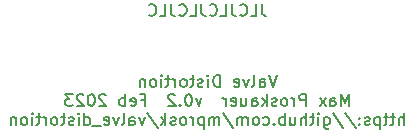
<source format=gbr>
%TF.GenerationSoftware,KiCad,Pcbnew,(6.0.5)*%
%TF.CreationDate,2023-02-15T13:44:25-05:00*%
%TF.ProjectId,valve_distortion,76616c76-655f-4646-9973-746f7274696f,rev?*%
%TF.SameCoordinates,Original*%
%TF.FileFunction,Legend,Bot*%
%TF.FilePolarity,Positive*%
%FSLAX46Y46*%
G04 Gerber Fmt 4.6, Leading zero omitted, Abs format (unit mm)*
G04 Created by KiCad (PCBNEW (6.0.5)) date 2023-02-15 13:44:25*
%MOMM*%
%LPD*%
G01*
G04 APERTURE LIST*
%ADD10C,0.150000*%
%ADD11C,6.350000*%
%ADD12C,3.200000*%
%ADD13C,8.000000*%
%ADD14C,7.000000*%
%ADD15C,5.000000*%
G04 APERTURE END LIST*
D10*
X82837142Y-107642380D02*
X82503809Y-108642380D01*
X82170476Y-107642380D01*
X81408571Y-108642380D02*
X81408571Y-108118571D01*
X81456190Y-108023333D01*
X81551428Y-107975714D01*
X81741904Y-107975714D01*
X81837142Y-108023333D01*
X81408571Y-108594761D02*
X81503809Y-108642380D01*
X81741904Y-108642380D01*
X81837142Y-108594761D01*
X81884761Y-108499523D01*
X81884761Y-108404285D01*
X81837142Y-108309047D01*
X81741904Y-108261428D01*
X81503809Y-108261428D01*
X81408571Y-108213809D01*
X80789523Y-108642380D02*
X80884761Y-108594761D01*
X80932380Y-108499523D01*
X80932380Y-107642380D01*
X80503809Y-107975714D02*
X80265714Y-108642380D01*
X80027619Y-107975714D01*
X79265714Y-108594761D02*
X79360952Y-108642380D01*
X79551428Y-108642380D01*
X79646666Y-108594761D01*
X79694285Y-108499523D01*
X79694285Y-108118571D01*
X79646666Y-108023333D01*
X79551428Y-107975714D01*
X79360952Y-107975714D01*
X79265714Y-108023333D01*
X79218095Y-108118571D01*
X79218095Y-108213809D01*
X79694285Y-108309047D01*
X78027619Y-108642380D02*
X78027619Y-107642380D01*
X77789523Y-107642380D01*
X77646666Y-107690000D01*
X77551428Y-107785238D01*
X77503809Y-107880476D01*
X77456190Y-108070952D01*
X77456190Y-108213809D01*
X77503809Y-108404285D01*
X77551428Y-108499523D01*
X77646666Y-108594761D01*
X77789523Y-108642380D01*
X78027619Y-108642380D01*
X77027619Y-108642380D02*
X77027619Y-107975714D01*
X77027619Y-107642380D02*
X77075238Y-107690000D01*
X77027619Y-107737619D01*
X76980000Y-107690000D01*
X77027619Y-107642380D01*
X77027619Y-107737619D01*
X76599047Y-108594761D02*
X76503809Y-108642380D01*
X76313333Y-108642380D01*
X76218095Y-108594761D01*
X76170476Y-108499523D01*
X76170476Y-108451904D01*
X76218095Y-108356666D01*
X76313333Y-108309047D01*
X76456190Y-108309047D01*
X76551428Y-108261428D01*
X76599047Y-108166190D01*
X76599047Y-108118571D01*
X76551428Y-108023333D01*
X76456190Y-107975714D01*
X76313333Y-107975714D01*
X76218095Y-108023333D01*
X75884761Y-107975714D02*
X75503809Y-107975714D01*
X75741904Y-107642380D02*
X75741904Y-108499523D01*
X75694285Y-108594761D01*
X75599047Y-108642380D01*
X75503809Y-108642380D01*
X75027619Y-108642380D02*
X75122857Y-108594761D01*
X75170476Y-108547142D01*
X75218095Y-108451904D01*
X75218095Y-108166190D01*
X75170476Y-108070952D01*
X75122857Y-108023333D01*
X75027619Y-107975714D01*
X74884761Y-107975714D01*
X74789523Y-108023333D01*
X74741904Y-108070952D01*
X74694285Y-108166190D01*
X74694285Y-108451904D01*
X74741904Y-108547142D01*
X74789523Y-108594761D01*
X74884761Y-108642380D01*
X75027619Y-108642380D01*
X74265714Y-108642380D02*
X74265714Y-107975714D01*
X74265714Y-108166190D02*
X74218095Y-108070952D01*
X74170476Y-108023333D01*
X74075238Y-107975714D01*
X73980000Y-107975714D01*
X73789523Y-107975714D02*
X73408571Y-107975714D01*
X73646666Y-107642380D02*
X73646666Y-108499523D01*
X73599047Y-108594761D01*
X73503809Y-108642380D01*
X73408571Y-108642380D01*
X73075238Y-108642380D02*
X73075238Y-107975714D01*
X73075238Y-107642380D02*
X73122857Y-107690000D01*
X73075238Y-107737619D01*
X73027619Y-107690000D01*
X73075238Y-107642380D01*
X73075238Y-107737619D01*
X72456190Y-108642380D02*
X72551428Y-108594761D01*
X72599047Y-108547142D01*
X72646666Y-108451904D01*
X72646666Y-108166190D01*
X72599047Y-108070952D01*
X72551428Y-108023333D01*
X72456190Y-107975714D01*
X72313333Y-107975714D01*
X72218095Y-108023333D01*
X72170476Y-108070952D01*
X72122857Y-108166190D01*
X72122857Y-108451904D01*
X72170476Y-108547142D01*
X72218095Y-108594761D01*
X72313333Y-108642380D01*
X72456190Y-108642380D01*
X71694285Y-107975714D02*
X71694285Y-108642380D01*
X71694285Y-108070952D02*
X71646666Y-108023333D01*
X71551428Y-107975714D01*
X71408571Y-107975714D01*
X71313333Y-108023333D01*
X71265714Y-108118571D01*
X71265714Y-108642380D01*
X88956190Y-110252380D02*
X88956190Y-109252380D01*
X88622857Y-109966666D01*
X88289523Y-109252380D01*
X88289523Y-110252380D01*
X87384761Y-110252380D02*
X87384761Y-109728571D01*
X87432380Y-109633333D01*
X87527619Y-109585714D01*
X87718095Y-109585714D01*
X87813333Y-109633333D01*
X87384761Y-110204761D02*
X87480000Y-110252380D01*
X87718095Y-110252380D01*
X87813333Y-110204761D01*
X87860952Y-110109523D01*
X87860952Y-110014285D01*
X87813333Y-109919047D01*
X87718095Y-109871428D01*
X87480000Y-109871428D01*
X87384761Y-109823809D01*
X87003809Y-110252380D02*
X86480000Y-109585714D01*
X87003809Y-109585714D02*
X86480000Y-110252380D01*
X85337142Y-110252380D02*
X85337142Y-109252380D01*
X84956190Y-109252380D01*
X84860952Y-109300000D01*
X84813333Y-109347619D01*
X84765714Y-109442857D01*
X84765714Y-109585714D01*
X84813333Y-109680952D01*
X84860952Y-109728571D01*
X84956190Y-109776190D01*
X85337142Y-109776190D01*
X84337142Y-110252380D02*
X84337142Y-109585714D01*
X84337142Y-109776190D02*
X84289523Y-109680952D01*
X84241904Y-109633333D01*
X84146666Y-109585714D01*
X84051428Y-109585714D01*
X83575238Y-110252380D02*
X83670476Y-110204761D01*
X83718095Y-110157142D01*
X83765714Y-110061904D01*
X83765714Y-109776190D01*
X83718095Y-109680952D01*
X83670476Y-109633333D01*
X83575238Y-109585714D01*
X83432380Y-109585714D01*
X83337142Y-109633333D01*
X83289523Y-109680952D01*
X83241904Y-109776190D01*
X83241904Y-110061904D01*
X83289523Y-110157142D01*
X83337142Y-110204761D01*
X83432380Y-110252380D01*
X83575238Y-110252380D01*
X82860952Y-110204761D02*
X82765714Y-110252380D01*
X82575238Y-110252380D01*
X82480000Y-110204761D01*
X82432380Y-110109523D01*
X82432380Y-110061904D01*
X82480000Y-109966666D01*
X82575238Y-109919047D01*
X82718095Y-109919047D01*
X82813333Y-109871428D01*
X82860952Y-109776190D01*
X82860952Y-109728571D01*
X82813333Y-109633333D01*
X82718095Y-109585714D01*
X82575238Y-109585714D01*
X82480000Y-109633333D01*
X82003809Y-110252380D02*
X82003809Y-109252380D01*
X81908571Y-109871428D02*
X81622857Y-110252380D01*
X81622857Y-109585714D02*
X82003809Y-109966666D01*
X80765714Y-110252380D02*
X80765714Y-109728571D01*
X80813333Y-109633333D01*
X80908571Y-109585714D01*
X81099047Y-109585714D01*
X81194285Y-109633333D01*
X80765714Y-110204761D02*
X80860952Y-110252380D01*
X81099047Y-110252380D01*
X81194285Y-110204761D01*
X81241904Y-110109523D01*
X81241904Y-110014285D01*
X81194285Y-109919047D01*
X81099047Y-109871428D01*
X80860952Y-109871428D01*
X80765714Y-109823809D01*
X79860952Y-109585714D02*
X79860952Y-110252380D01*
X80289523Y-109585714D02*
X80289523Y-110109523D01*
X80241904Y-110204761D01*
X80146666Y-110252380D01*
X80003809Y-110252380D01*
X79908571Y-110204761D01*
X79860952Y-110157142D01*
X79003809Y-110204761D02*
X79099047Y-110252380D01*
X79289523Y-110252380D01*
X79384761Y-110204761D01*
X79432380Y-110109523D01*
X79432380Y-109728571D01*
X79384761Y-109633333D01*
X79289523Y-109585714D01*
X79099047Y-109585714D01*
X79003809Y-109633333D01*
X78956190Y-109728571D01*
X78956190Y-109823809D01*
X79432380Y-109919047D01*
X78527619Y-110252380D02*
X78527619Y-109585714D01*
X78527619Y-109776190D02*
X78480000Y-109680952D01*
X78432380Y-109633333D01*
X78337142Y-109585714D01*
X78241904Y-109585714D01*
X76480000Y-109585714D02*
X76241904Y-110252380D01*
X76003809Y-109585714D01*
X75432380Y-109252380D02*
X75337142Y-109252380D01*
X75241904Y-109300000D01*
X75194285Y-109347619D01*
X75146666Y-109442857D01*
X75099047Y-109633333D01*
X75099047Y-109871428D01*
X75146666Y-110061904D01*
X75194285Y-110157142D01*
X75241904Y-110204761D01*
X75337142Y-110252380D01*
X75432380Y-110252380D01*
X75527619Y-110204761D01*
X75575238Y-110157142D01*
X75622857Y-110061904D01*
X75670476Y-109871428D01*
X75670476Y-109633333D01*
X75622857Y-109442857D01*
X75575238Y-109347619D01*
X75527619Y-109300000D01*
X75432380Y-109252380D01*
X74670476Y-110157142D02*
X74622857Y-110204761D01*
X74670476Y-110252380D01*
X74718095Y-110204761D01*
X74670476Y-110157142D01*
X74670476Y-110252380D01*
X74241904Y-109347619D02*
X74194285Y-109300000D01*
X74099047Y-109252380D01*
X73860952Y-109252380D01*
X73765714Y-109300000D01*
X73718095Y-109347619D01*
X73670476Y-109442857D01*
X73670476Y-109538095D01*
X73718095Y-109680952D01*
X74289523Y-110252380D01*
X73670476Y-110252380D01*
X71384761Y-109728571D02*
X71718095Y-109728571D01*
X71718095Y-110252380D02*
X71718095Y-109252380D01*
X71241904Y-109252380D01*
X70480000Y-110204761D02*
X70575238Y-110252380D01*
X70765714Y-110252380D01*
X70860952Y-110204761D01*
X70908571Y-110109523D01*
X70908571Y-109728571D01*
X70860952Y-109633333D01*
X70765714Y-109585714D01*
X70575238Y-109585714D01*
X70480000Y-109633333D01*
X70432380Y-109728571D01*
X70432380Y-109823809D01*
X70908571Y-109919047D01*
X70003809Y-110252380D02*
X70003809Y-109252380D01*
X70003809Y-109633333D02*
X69908571Y-109585714D01*
X69718095Y-109585714D01*
X69622857Y-109633333D01*
X69575238Y-109680952D01*
X69527619Y-109776190D01*
X69527619Y-110061904D01*
X69575238Y-110157142D01*
X69622857Y-110204761D01*
X69718095Y-110252380D01*
X69908571Y-110252380D01*
X70003809Y-110204761D01*
X68384761Y-109347619D02*
X68337142Y-109300000D01*
X68241904Y-109252380D01*
X68003809Y-109252380D01*
X67908571Y-109300000D01*
X67860952Y-109347619D01*
X67813333Y-109442857D01*
X67813333Y-109538095D01*
X67860952Y-109680952D01*
X68432380Y-110252380D01*
X67813333Y-110252380D01*
X67194285Y-109252380D02*
X67099047Y-109252380D01*
X67003809Y-109300000D01*
X66956190Y-109347619D01*
X66908571Y-109442857D01*
X66860952Y-109633333D01*
X66860952Y-109871428D01*
X66908571Y-110061904D01*
X66956190Y-110157142D01*
X67003809Y-110204761D01*
X67099047Y-110252380D01*
X67194285Y-110252380D01*
X67289523Y-110204761D01*
X67337142Y-110157142D01*
X67384761Y-110061904D01*
X67432380Y-109871428D01*
X67432380Y-109633333D01*
X67384761Y-109442857D01*
X67337142Y-109347619D01*
X67289523Y-109300000D01*
X67194285Y-109252380D01*
X66480000Y-109347619D02*
X66432380Y-109300000D01*
X66337142Y-109252380D01*
X66099047Y-109252380D01*
X66003809Y-109300000D01*
X65956190Y-109347619D01*
X65908571Y-109442857D01*
X65908571Y-109538095D01*
X65956190Y-109680952D01*
X66527619Y-110252380D01*
X65908571Y-110252380D01*
X65575238Y-109252380D02*
X64956190Y-109252380D01*
X65289523Y-109633333D01*
X65146666Y-109633333D01*
X65051428Y-109680952D01*
X65003809Y-109728571D01*
X64956190Y-109823809D01*
X64956190Y-110061904D01*
X65003809Y-110157142D01*
X65051428Y-110204761D01*
X65146666Y-110252380D01*
X65432380Y-110252380D01*
X65527619Y-110204761D01*
X65575238Y-110157142D01*
X93622857Y-111862380D02*
X93622857Y-110862380D01*
X93194285Y-111862380D02*
X93194285Y-111338571D01*
X93241904Y-111243333D01*
X93337142Y-111195714D01*
X93480000Y-111195714D01*
X93575238Y-111243333D01*
X93622857Y-111290952D01*
X92860952Y-111195714D02*
X92480000Y-111195714D01*
X92718095Y-110862380D02*
X92718095Y-111719523D01*
X92670476Y-111814761D01*
X92575238Y-111862380D01*
X92480000Y-111862380D01*
X92289523Y-111195714D02*
X91908571Y-111195714D01*
X92146666Y-110862380D02*
X92146666Y-111719523D01*
X92099047Y-111814761D01*
X92003809Y-111862380D01*
X91908571Y-111862380D01*
X91575238Y-111195714D02*
X91575238Y-112195714D01*
X91575238Y-111243333D02*
X91480000Y-111195714D01*
X91289523Y-111195714D01*
X91194285Y-111243333D01*
X91146666Y-111290952D01*
X91099047Y-111386190D01*
X91099047Y-111671904D01*
X91146666Y-111767142D01*
X91194285Y-111814761D01*
X91289523Y-111862380D01*
X91480000Y-111862380D01*
X91575238Y-111814761D01*
X90718095Y-111814761D02*
X90622857Y-111862380D01*
X90432380Y-111862380D01*
X90337142Y-111814761D01*
X90289523Y-111719523D01*
X90289523Y-111671904D01*
X90337142Y-111576666D01*
X90432380Y-111529047D01*
X90575238Y-111529047D01*
X90670476Y-111481428D01*
X90718095Y-111386190D01*
X90718095Y-111338571D01*
X90670476Y-111243333D01*
X90575238Y-111195714D01*
X90432380Y-111195714D01*
X90337142Y-111243333D01*
X89860952Y-111767142D02*
X89813333Y-111814761D01*
X89860952Y-111862380D01*
X89908571Y-111814761D01*
X89860952Y-111767142D01*
X89860952Y-111862380D01*
X89860952Y-111243333D02*
X89813333Y-111290952D01*
X89860952Y-111338571D01*
X89908571Y-111290952D01*
X89860952Y-111243333D01*
X89860952Y-111338571D01*
X88670476Y-110814761D02*
X89527619Y-112100476D01*
X87622857Y-110814761D02*
X88480000Y-112100476D01*
X86860952Y-111195714D02*
X86860952Y-112005238D01*
X86908571Y-112100476D01*
X86956190Y-112148095D01*
X87051428Y-112195714D01*
X87194285Y-112195714D01*
X87289523Y-112148095D01*
X86860952Y-111814761D02*
X86956190Y-111862380D01*
X87146666Y-111862380D01*
X87241904Y-111814761D01*
X87289523Y-111767142D01*
X87337142Y-111671904D01*
X87337142Y-111386190D01*
X87289523Y-111290952D01*
X87241904Y-111243333D01*
X87146666Y-111195714D01*
X86956190Y-111195714D01*
X86860952Y-111243333D01*
X86384761Y-111862380D02*
X86384761Y-111195714D01*
X86384761Y-110862380D02*
X86432380Y-110910000D01*
X86384761Y-110957619D01*
X86337142Y-110910000D01*
X86384761Y-110862380D01*
X86384761Y-110957619D01*
X86051428Y-111195714D02*
X85670476Y-111195714D01*
X85908571Y-110862380D02*
X85908571Y-111719523D01*
X85860952Y-111814761D01*
X85765714Y-111862380D01*
X85670476Y-111862380D01*
X85337142Y-111862380D02*
X85337142Y-110862380D01*
X84908571Y-111862380D02*
X84908571Y-111338571D01*
X84956190Y-111243333D01*
X85051428Y-111195714D01*
X85194285Y-111195714D01*
X85289523Y-111243333D01*
X85337142Y-111290952D01*
X84003809Y-111195714D02*
X84003809Y-111862380D01*
X84432380Y-111195714D02*
X84432380Y-111719523D01*
X84384761Y-111814761D01*
X84289523Y-111862380D01*
X84146666Y-111862380D01*
X84051428Y-111814761D01*
X84003809Y-111767142D01*
X83527619Y-111862380D02*
X83527619Y-110862380D01*
X83527619Y-111243333D02*
X83432380Y-111195714D01*
X83241904Y-111195714D01*
X83146666Y-111243333D01*
X83099047Y-111290952D01*
X83051428Y-111386190D01*
X83051428Y-111671904D01*
X83099047Y-111767142D01*
X83146666Y-111814761D01*
X83241904Y-111862380D01*
X83432380Y-111862380D01*
X83527619Y-111814761D01*
X82622857Y-111767142D02*
X82575238Y-111814761D01*
X82622857Y-111862380D01*
X82670476Y-111814761D01*
X82622857Y-111767142D01*
X82622857Y-111862380D01*
X81718095Y-111814761D02*
X81813333Y-111862380D01*
X82003809Y-111862380D01*
X82099047Y-111814761D01*
X82146666Y-111767142D01*
X82194285Y-111671904D01*
X82194285Y-111386190D01*
X82146666Y-111290952D01*
X82099047Y-111243333D01*
X82003809Y-111195714D01*
X81813333Y-111195714D01*
X81718095Y-111243333D01*
X81146666Y-111862380D02*
X81241904Y-111814761D01*
X81289523Y-111767142D01*
X81337142Y-111671904D01*
X81337142Y-111386190D01*
X81289523Y-111290952D01*
X81241904Y-111243333D01*
X81146666Y-111195714D01*
X81003809Y-111195714D01*
X80908571Y-111243333D01*
X80860952Y-111290952D01*
X80813333Y-111386190D01*
X80813333Y-111671904D01*
X80860952Y-111767142D01*
X80908571Y-111814761D01*
X81003809Y-111862380D01*
X81146666Y-111862380D01*
X80384761Y-111862380D02*
X80384761Y-111195714D01*
X80384761Y-111290952D02*
X80337142Y-111243333D01*
X80241904Y-111195714D01*
X80099047Y-111195714D01*
X80003809Y-111243333D01*
X79956190Y-111338571D01*
X79956190Y-111862380D01*
X79956190Y-111338571D02*
X79908571Y-111243333D01*
X79813333Y-111195714D01*
X79670476Y-111195714D01*
X79575238Y-111243333D01*
X79527619Y-111338571D01*
X79527619Y-111862380D01*
X78337142Y-110814761D02*
X79194285Y-112100476D01*
X78003809Y-111862380D02*
X78003809Y-111195714D01*
X78003809Y-111290952D02*
X77956190Y-111243333D01*
X77860952Y-111195714D01*
X77718095Y-111195714D01*
X77622857Y-111243333D01*
X77575238Y-111338571D01*
X77575238Y-111862380D01*
X77575238Y-111338571D02*
X77527619Y-111243333D01*
X77432380Y-111195714D01*
X77289523Y-111195714D01*
X77194285Y-111243333D01*
X77146666Y-111338571D01*
X77146666Y-111862380D01*
X76670476Y-111195714D02*
X76670476Y-112195714D01*
X76670476Y-111243333D02*
X76575238Y-111195714D01*
X76384761Y-111195714D01*
X76289523Y-111243333D01*
X76241904Y-111290952D01*
X76194285Y-111386190D01*
X76194285Y-111671904D01*
X76241904Y-111767142D01*
X76289523Y-111814761D01*
X76384761Y-111862380D01*
X76575238Y-111862380D01*
X76670476Y-111814761D01*
X75765714Y-111862380D02*
X75765714Y-111195714D01*
X75765714Y-111386190D02*
X75718095Y-111290952D01*
X75670476Y-111243333D01*
X75575238Y-111195714D01*
X75480000Y-111195714D01*
X75003809Y-111862380D02*
X75099047Y-111814761D01*
X75146666Y-111767142D01*
X75194285Y-111671904D01*
X75194285Y-111386190D01*
X75146666Y-111290952D01*
X75099047Y-111243333D01*
X75003809Y-111195714D01*
X74860952Y-111195714D01*
X74765714Y-111243333D01*
X74718095Y-111290952D01*
X74670476Y-111386190D01*
X74670476Y-111671904D01*
X74718095Y-111767142D01*
X74765714Y-111814761D01*
X74860952Y-111862380D01*
X75003809Y-111862380D01*
X74289523Y-111814761D02*
X74194285Y-111862380D01*
X74003809Y-111862380D01*
X73908571Y-111814761D01*
X73860952Y-111719523D01*
X73860952Y-111671904D01*
X73908571Y-111576666D01*
X74003809Y-111529047D01*
X74146666Y-111529047D01*
X74241904Y-111481428D01*
X74289523Y-111386190D01*
X74289523Y-111338571D01*
X74241904Y-111243333D01*
X74146666Y-111195714D01*
X74003809Y-111195714D01*
X73908571Y-111243333D01*
X73432380Y-111862380D02*
X73432380Y-110862380D01*
X73337142Y-111481428D02*
X73051428Y-111862380D01*
X73051428Y-111195714D02*
X73432380Y-111576666D01*
X71908571Y-110814761D02*
X72765714Y-112100476D01*
X71670476Y-111195714D02*
X71432380Y-111862380D01*
X71194285Y-111195714D01*
X70384761Y-111862380D02*
X70384761Y-111338571D01*
X70432380Y-111243333D01*
X70527619Y-111195714D01*
X70718095Y-111195714D01*
X70813333Y-111243333D01*
X70384761Y-111814761D02*
X70480000Y-111862380D01*
X70718095Y-111862380D01*
X70813333Y-111814761D01*
X70860952Y-111719523D01*
X70860952Y-111624285D01*
X70813333Y-111529047D01*
X70718095Y-111481428D01*
X70480000Y-111481428D01*
X70384761Y-111433809D01*
X69765714Y-111862380D02*
X69860952Y-111814761D01*
X69908571Y-111719523D01*
X69908571Y-110862380D01*
X69480000Y-111195714D02*
X69241904Y-111862380D01*
X69003809Y-111195714D01*
X68241904Y-111814761D02*
X68337142Y-111862380D01*
X68527619Y-111862380D01*
X68622857Y-111814761D01*
X68670476Y-111719523D01*
X68670476Y-111338571D01*
X68622857Y-111243333D01*
X68527619Y-111195714D01*
X68337142Y-111195714D01*
X68241904Y-111243333D01*
X68194285Y-111338571D01*
X68194285Y-111433809D01*
X68670476Y-111529047D01*
X68003809Y-111957619D02*
X67241904Y-111957619D01*
X66575238Y-111862380D02*
X66575238Y-110862380D01*
X66575238Y-111814761D02*
X66670476Y-111862380D01*
X66860952Y-111862380D01*
X66956190Y-111814761D01*
X67003809Y-111767142D01*
X67051428Y-111671904D01*
X67051428Y-111386190D01*
X67003809Y-111290952D01*
X66956190Y-111243333D01*
X66860952Y-111195714D01*
X66670476Y-111195714D01*
X66575238Y-111243333D01*
X66099047Y-111862380D02*
X66099047Y-111195714D01*
X66099047Y-110862380D02*
X66146666Y-110910000D01*
X66099047Y-110957619D01*
X66051428Y-110910000D01*
X66099047Y-110862380D01*
X66099047Y-110957619D01*
X65670476Y-111814761D02*
X65575238Y-111862380D01*
X65384761Y-111862380D01*
X65289523Y-111814761D01*
X65241904Y-111719523D01*
X65241904Y-111671904D01*
X65289523Y-111576666D01*
X65384761Y-111529047D01*
X65527619Y-111529047D01*
X65622857Y-111481428D01*
X65670476Y-111386190D01*
X65670476Y-111338571D01*
X65622857Y-111243333D01*
X65527619Y-111195714D01*
X65384761Y-111195714D01*
X65289523Y-111243333D01*
X64956190Y-111195714D02*
X64575238Y-111195714D01*
X64813333Y-110862380D02*
X64813333Y-111719523D01*
X64765714Y-111814761D01*
X64670476Y-111862380D01*
X64575238Y-111862380D01*
X64099047Y-111862380D02*
X64194285Y-111814761D01*
X64241904Y-111767142D01*
X64289523Y-111671904D01*
X64289523Y-111386190D01*
X64241904Y-111290952D01*
X64194285Y-111243333D01*
X64099047Y-111195714D01*
X63956190Y-111195714D01*
X63860952Y-111243333D01*
X63813333Y-111290952D01*
X63765714Y-111386190D01*
X63765714Y-111671904D01*
X63813333Y-111767142D01*
X63860952Y-111814761D01*
X63956190Y-111862380D01*
X64099047Y-111862380D01*
X63337142Y-111862380D02*
X63337142Y-111195714D01*
X63337142Y-111386190D02*
X63289523Y-111290952D01*
X63241904Y-111243333D01*
X63146666Y-111195714D01*
X63051428Y-111195714D01*
X62860952Y-111195714D02*
X62480000Y-111195714D01*
X62718095Y-110862380D02*
X62718095Y-111719523D01*
X62670476Y-111814761D01*
X62575238Y-111862380D01*
X62480000Y-111862380D01*
X62146666Y-111862380D02*
X62146666Y-111195714D01*
X62146666Y-110862380D02*
X62194285Y-110910000D01*
X62146666Y-110957619D01*
X62099047Y-110910000D01*
X62146666Y-110862380D01*
X62146666Y-110957619D01*
X61527619Y-111862380D02*
X61622857Y-111814761D01*
X61670476Y-111767142D01*
X61718095Y-111671904D01*
X61718095Y-111386190D01*
X61670476Y-111290952D01*
X61622857Y-111243333D01*
X61527619Y-111195714D01*
X61384761Y-111195714D01*
X61289523Y-111243333D01*
X61241904Y-111290952D01*
X61194285Y-111386190D01*
X61194285Y-111671904D01*
X61241904Y-111767142D01*
X61289523Y-111814761D01*
X61384761Y-111862380D01*
X61527619Y-111862380D01*
X60765714Y-111195714D02*
X60765714Y-111862380D01*
X60765714Y-111290952D02*
X60718095Y-111243333D01*
X60622857Y-111195714D01*
X60480000Y-111195714D01*
X60384761Y-111243333D01*
X60337142Y-111338571D01*
X60337142Y-111862380D01*
X81599047Y-101632380D02*
X81599047Y-102346666D01*
X81646666Y-102489523D01*
X81741904Y-102584761D01*
X81884761Y-102632380D01*
X81980000Y-102632380D01*
X80646666Y-102632380D02*
X81122857Y-102632380D01*
X81122857Y-101632380D01*
X79741904Y-102537142D02*
X79789523Y-102584761D01*
X79932380Y-102632380D01*
X80027619Y-102632380D01*
X80170476Y-102584761D01*
X80265714Y-102489523D01*
X80313333Y-102394285D01*
X80360952Y-102203809D01*
X80360952Y-102060952D01*
X80313333Y-101870476D01*
X80265714Y-101775238D01*
X80170476Y-101680000D01*
X80027619Y-101632380D01*
X79932380Y-101632380D01*
X79789523Y-101680000D01*
X79741904Y-101727619D01*
X79027619Y-101632380D02*
X79027619Y-102346666D01*
X79075238Y-102489523D01*
X79170476Y-102584761D01*
X79313333Y-102632380D01*
X79408571Y-102632380D01*
X78075238Y-102632380D02*
X78551428Y-102632380D01*
X78551428Y-101632380D01*
X77170476Y-102537142D02*
X77218095Y-102584761D01*
X77360952Y-102632380D01*
X77456190Y-102632380D01*
X77599047Y-102584761D01*
X77694285Y-102489523D01*
X77741904Y-102394285D01*
X77789523Y-102203809D01*
X77789523Y-102060952D01*
X77741904Y-101870476D01*
X77694285Y-101775238D01*
X77599047Y-101680000D01*
X77456190Y-101632380D01*
X77360952Y-101632380D01*
X77218095Y-101680000D01*
X77170476Y-101727619D01*
X76456190Y-101632380D02*
X76456190Y-102346666D01*
X76503809Y-102489523D01*
X76599047Y-102584761D01*
X76741904Y-102632380D01*
X76837142Y-102632380D01*
X75503809Y-102632380D02*
X75980000Y-102632380D01*
X75980000Y-101632380D01*
X74599047Y-102537142D02*
X74646666Y-102584761D01*
X74789523Y-102632380D01*
X74884761Y-102632380D01*
X75027619Y-102584761D01*
X75122857Y-102489523D01*
X75170476Y-102394285D01*
X75218095Y-102203809D01*
X75218095Y-102060952D01*
X75170476Y-101870476D01*
X75122857Y-101775238D01*
X75027619Y-101680000D01*
X74884761Y-101632380D01*
X74789523Y-101632380D01*
X74646666Y-101680000D01*
X74599047Y-101727619D01*
X73884761Y-101632380D02*
X73884761Y-102346666D01*
X73932380Y-102489523D01*
X74027619Y-102584761D01*
X74170476Y-102632380D01*
X74265714Y-102632380D01*
X72932380Y-102632380D02*
X73408571Y-102632380D01*
X73408571Y-101632380D01*
X72027619Y-102537142D02*
X72075238Y-102584761D01*
X72218095Y-102632380D01*
X72313333Y-102632380D01*
X72456190Y-102584761D01*
X72551428Y-102489523D01*
X72599047Y-102394285D01*
X72646666Y-102203809D01*
X72646666Y-102060952D01*
X72599047Y-101870476D01*
X72551428Y-101775238D01*
X72456190Y-101680000D01*
X72313333Y-101632380D01*
X72218095Y-101632380D01*
X72075238Y-101680000D01*
X72027619Y-101727619D01*
%LPC*%
D11*
%TO.C,H6*%
X64280000Y-89480000D03*
%TD*%
D12*
%TO.C,H3*%
X59080000Y-41680000D03*
%TD*%
D13*
%TO.C,H12*%
X70630000Y-150440000D03*
%TD*%
D14*
%TO.C,H9*%
X76980000Y-119960000D03*
%TD*%
D15*
%TO.C,H8*%
X76980000Y-89480000D03*
%TD*%
D12*
%TO.C,H5*%
X94640000Y-164180000D03*
%TD*%
D13*
%TO.C,H11*%
X57930000Y-150440000D03*
%TD*%
D11*
%TO.C,H7*%
X89680000Y-89480000D03*
%TD*%
D12*
%TO.C,H4*%
X94640000Y-41680000D03*
%TD*%
D14*
%TO.C,H10*%
X89680000Y-150440000D03*
%TD*%
D12*
%TO.C,H2*%
X59080000Y-164180000D03*
%TD*%
M02*

</source>
